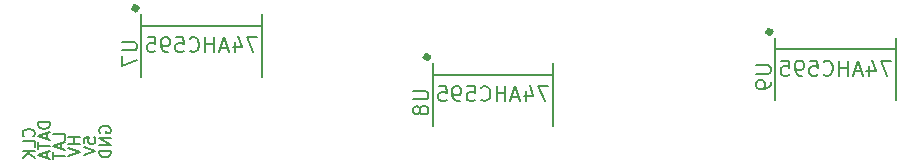
<source format=gbr>
%TF.GenerationSoftware,KiCad,Pcbnew,(6.0.6)*%
%TF.CreationDate,2023-12-25T11:13:00+01:00*%
%TF.ProjectId,nixieClockPCB,6e697869-6543-46c6-9f63-6b5043422e6b,rev?*%
%TF.SameCoordinates,Original*%
%TF.FileFunction,Legend,Bot*%
%TF.FilePolarity,Positive*%
%FSLAX46Y46*%
G04 Gerber Fmt 4.6, Leading zero omitted, Abs format (unit mm)*
G04 Created by KiCad (PCBNEW (6.0.6)) date 2023-12-25 11:13:00*
%MOMM*%
%LPD*%
G01*
G04 APERTURE LIST*
%ADD10C,0.150000*%
%ADD11C,0.152400*%
%ADD12C,0.203200*%
%ADD13C,0.497840*%
G04 APERTURE END LIST*
D10*
X52500000Y-44488095D02*
X52452380Y-44392857D01*
X52452380Y-44250000D01*
X52500000Y-44107142D01*
X52595238Y-44011904D01*
X52690476Y-43964285D01*
X52880952Y-43916666D01*
X53023809Y-43916666D01*
X53214285Y-43964285D01*
X53309523Y-44011904D01*
X53404761Y-44107142D01*
X53452380Y-44250000D01*
X53452380Y-44345238D01*
X53404761Y-44488095D01*
X53357142Y-44535714D01*
X53023809Y-44535714D01*
X53023809Y-44345238D01*
X53452380Y-44964285D02*
X52452380Y-44964285D01*
X53452380Y-45535714D01*
X52452380Y-45535714D01*
X53452380Y-46011904D02*
X52452380Y-46011904D01*
X52452380Y-46250000D01*
X52500000Y-46392857D01*
X52595238Y-46488095D01*
X52690476Y-46535714D01*
X52880952Y-46583333D01*
X53023809Y-46583333D01*
X53214285Y-46535714D01*
X53309523Y-46488095D01*
X53404761Y-46392857D01*
X53452380Y-46250000D01*
X53452380Y-46011904D01*
X46907142Y-44804761D02*
X46954761Y-44757142D01*
X47002380Y-44614285D01*
X47002380Y-44519047D01*
X46954761Y-44376190D01*
X46859523Y-44280952D01*
X46764285Y-44233333D01*
X46573809Y-44185714D01*
X46430952Y-44185714D01*
X46240476Y-44233333D01*
X46145238Y-44280952D01*
X46050000Y-44376190D01*
X46002380Y-44519047D01*
X46002380Y-44614285D01*
X46050000Y-44757142D01*
X46097619Y-44804761D01*
X47002380Y-45709523D02*
X47002380Y-45233333D01*
X46002380Y-45233333D01*
X47002380Y-46042857D02*
X46002380Y-46042857D01*
X47002380Y-46614285D02*
X46430952Y-46185714D01*
X46002380Y-46614285D02*
X46573809Y-46042857D01*
X48302380Y-43600000D02*
X47302380Y-43600000D01*
X47302380Y-43838095D01*
X47350000Y-43980952D01*
X47445238Y-44076190D01*
X47540476Y-44123809D01*
X47730952Y-44171428D01*
X47873809Y-44171428D01*
X48064285Y-44123809D01*
X48159523Y-44076190D01*
X48254761Y-43980952D01*
X48302380Y-43838095D01*
X48302380Y-43600000D01*
X48016666Y-44552380D02*
X48016666Y-45028571D01*
X48302380Y-44457142D02*
X47302380Y-44790476D01*
X48302380Y-45123809D01*
X47302380Y-45314285D02*
X47302380Y-45885714D01*
X48302380Y-45600000D02*
X47302380Y-45600000D01*
X48016666Y-46171428D02*
X48016666Y-46647619D01*
X48302380Y-46076190D02*
X47302380Y-46409523D01*
X48302380Y-46742857D01*
X51152380Y-45409523D02*
X51152380Y-44933333D01*
X51628571Y-44885714D01*
X51580952Y-44933333D01*
X51533333Y-45028571D01*
X51533333Y-45266666D01*
X51580952Y-45361904D01*
X51628571Y-45409523D01*
X51723809Y-45457142D01*
X51961904Y-45457142D01*
X52057142Y-45409523D01*
X52104761Y-45361904D01*
X52152380Y-45266666D01*
X52152380Y-45028571D01*
X52104761Y-44933333D01*
X52057142Y-44885714D01*
X51152380Y-45742857D02*
X52152380Y-46076190D01*
X51152380Y-46409523D01*
X49552380Y-45100000D02*
X49552380Y-44623809D01*
X48552380Y-44623809D01*
X49266666Y-45385714D02*
X49266666Y-45861904D01*
X49552380Y-45290476D02*
X48552380Y-45623809D01*
X49552380Y-45957142D01*
X48552380Y-46147619D02*
X48552380Y-46719047D01*
X49552380Y-46433333D02*
X48552380Y-46433333D01*
X50852380Y-44885714D02*
X49852380Y-44885714D01*
X50328571Y-44885714D02*
X50328571Y-45457142D01*
X50852380Y-45457142D02*
X49852380Y-45457142D01*
X49852380Y-45790476D02*
X50852380Y-46123809D01*
X49852380Y-46457142D01*
D11*
%TO.C,U8*%
X79072023Y-40955480D02*
X80100119Y-40955480D01*
X80221071Y-41015957D01*
X80281547Y-41076433D01*
X80342023Y-41197385D01*
X80342023Y-41439290D01*
X80281547Y-41560242D01*
X80221071Y-41620719D01*
X80100119Y-41681195D01*
X79072023Y-41681195D01*
X79616309Y-42467385D02*
X79555833Y-42346433D01*
X79495357Y-42285957D01*
X79374404Y-42225480D01*
X79313928Y-42225480D01*
X79192976Y-42285957D01*
X79132500Y-42346433D01*
X79072023Y-42467385D01*
X79072023Y-42709290D01*
X79132500Y-42830242D01*
X79192976Y-42890719D01*
X79313928Y-42951195D01*
X79374404Y-42951195D01*
X79495357Y-42890719D01*
X79555833Y-42830242D01*
X79616309Y-42709290D01*
X79616309Y-42467385D01*
X79676785Y-42346433D01*
X79737261Y-42285957D01*
X79858214Y-42225480D01*
X80100119Y-42225480D01*
X80221071Y-42285957D01*
X80281547Y-42346433D01*
X80342023Y-42467385D01*
X80342023Y-42709290D01*
X80281547Y-42830242D01*
X80221071Y-42890719D01*
X80100119Y-42951195D01*
X79858214Y-42951195D01*
X79737261Y-42890719D01*
X79676785Y-42830242D01*
X79616309Y-42709290D01*
D10*
X90486904Y-40554523D02*
X89640238Y-40554523D01*
X90184523Y-41824523D01*
X88612142Y-40977857D02*
X88612142Y-41824523D01*
X88914523Y-40494047D02*
X89216904Y-41401190D01*
X88430714Y-41401190D01*
X88007380Y-41461666D02*
X87402619Y-41461666D01*
X88128333Y-41824523D02*
X87705000Y-40554523D01*
X87281666Y-41824523D01*
X86858333Y-41824523D02*
X86858333Y-40554523D01*
X86858333Y-41159285D02*
X86132619Y-41159285D01*
X86132619Y-41824523D02*
X86132619Y-40554523D01*
X84802142Y-41703571D02*
X84862619Y-41764047D01*
X85044047Y-41824523D01*
X85165000Y-41824523D01*
X85346428Y-41764047D01*
X85467380Y-41643095D01*
X85527857Y-41522142D01*
X85588333Y-41280238D01*
X85588333Y-41098809D01*
X85527857Y-40856904D01*
X85467380Y-40735952D01*
X85346428Y-40615000D01*
X85165000Y-40554523D01*
X85044047Y-40554523D01*
X84862619Y-40615000D01*
X84802142Y-40675476D01*
X83653095Y-40554523D02*
X84257857Y-40554523D01*
X84318333Y-41159285D01*
X84257857Y-41098809D01*
X84136904Y-41038333D01*
X83834523Y-41038333D01*
X83713571Y-41098809D01*
X83653095Y-41159285D01*
X83592619Y-41280238D01*
X83592619Y-41582619D01*
X83653095Y-41703571D01*
X83713571Y-41764047D01*
X83834523Y-41824523D01*
X84136904Y-41824523D01*
X84257857Y-41764047D01*
X84318333Y-41703571D01*
X82987857Y-41824523D02*
X82745952Y-41824523D01*
X82625000Y-41764047D01*
X82564523Y-41703571D01*
X82443571Y-41522142D01*
X82383095Y-41280238D01*
X82383095Y-40796428D01*
X82443571Y-40675476D01*
X82504047Y-40615000D01*
X82625000Y-40554523D01*
X82866904Y-40554523D01*
X82987857Y-40615000D01*
X83048333Y-40675476D01*
X83108809Y-40796428D01*
X83108809Y-41098809D01*
X83048333Y-41219761D01*
X82987857Y-41280238D01*
X82866904Y-41340714D01*
X82625000Y-41340714D01*
X82504047Y-41280238D01*
X82443571Y-41219761D01*
X82383095Y-41098809D01*
X81234047Y-40554523D02*
X81838809Y-40554523D01*
X81899285Y-41159285D01*
X81838809Y-41098809D01*
X81717857Y-41038333D01*
X81415476Y-41038333D01*
X81294523Y-41098809D01*
X81234047Y-41159285D01*
X81173571Y-41280238D01*
X81173571Y-41582619D01*
X81234047Y-41703571D01*
X81294523Y-41764047D01*
X81415476Y-41824523D01*
X81717857Y-41824523D01*
X81838809Y-41764047D01*
X81899285Y-41703571D01*
D11*
%TO.C,U9*%
X108072023Y-38805480D02*
X109100119Y-38805480D01*
X109221071Y-38865957D01*
X109281547Y-38926433D01*
X109342023Y-39047385D01*
X109342023Y-39289290D01*
X109281547Y-39410242D01*
X109221071Y-39470719D01*
X109100119Y-39531195D01*
X108072023Y-39531195D01*
X109342023Y-40196433D02*
X109342023Y-40438338D01*
X109281547Y-40559290D01*
X109221071Y-40619766D01*
X109039642Y-40740719D01*
X108797738Y-40801195D01*
X108313928Y-40801195D01*
X108192976Y-40740719D01*
X108132500Y-40680242D01*
X108072023Y-40559290D01*
X108072023Y-40317385D01*
X108132500Y-40196433D01*
X108192976Y-40135957D01*
X108313928Y-40075480D01*
X108616309Y-40075480D01*
X108737261Y-40135957D01*
X108797738Y-40196433D01*
X108858214Y-40317385D01*
X108858214Y-40559290D01*
X108797738Y-40680242D01*
X108737261Y-40740719D01*
X108616309Y-40801195D01*
D10*
X119486904Y-38404523D02*
X118640238Y-38404523D01*
X119184523Y-39674523D01*
X117612142Y-38827857D02*
X117612142Y-39674523D01*
X117914523Y-38344047D02*
X118216904Y-39251190D01*
X117430714Y-39251190D01*
X117007380Y-39311666D02*
X116402619Y-39311666D01*
X117128333Y-39674523D02*
X116705000Y-38404523D01*
X116281666Y-39674523D01*
X115858333Y-39674523D02*
X115858333Y-38404523D01*
X115858333Y-39009285D02*
X115132619Y-39009285D01*
X115132619Y-39674523D02*
X115132619Y-38404523D01*
X113802142Y-39553571D02*
X113862619Y-39614047D01*
X114044047Y-39674523D01*
X114165000Y-39674523D01*
X114346428Y-39614047D01*
X114467380Y-39493095D01*
X114527857Y-39372142D01*
X114588333Y-39130238D01*
X114588333Y-38948809D01*
X114527857Y-38706904D01*
X114467380Y-38585952D01*
X114346428Y-38465000D01*
X114165000Y-38404523D01*
X114044047Y-38404523D01*
X113862619Y-38465000D01*
X113802142Y-38525476D01*
X112653095Y-38404523D02*
X113257857Y-38404523D01*
X113318333Y-39009285D01*
X113257857Y-38948809D01*
X113136904Y-38888333D01*
X112834523Y-38888333D01*
X112713571Y-38948809D01*
X112653095Y-39009285D01*
X112592619Y-39130238D01*
X112592619Y-39432619D01*
X112653095Y-39553571D01*
X112713571Y-39614047D01*
X112834523Y-39674523D01*
X113136904Y-39674523D01*
X113257857Y-39614047D01*
X113318333Y-39553571D01*
X111987857Y-39674523D02*
X111745952Y-39674523D01*
X111625000Y-39614047D01*
X111564523Y-39553571D01*
X111443571Y-39372142D01*
X111383095Y-39130238D01*
X111383095Y-38646428D01*
X111443571Y-38525476D01*
X111504047Y-38465000D01*
X111625000Y-38404523D01*
X111866904Y-38404523D01*
X111987857Y-38465000D01*
X112048333Y-38525476D01*
X112108809Y-38646428D01*
X112108809Y-38948809D01*
X112048333Y-39069761D01*
X111987857Y-39130238D01*
X111866904Y-39190714D01*
X111625000Y-39190714D01*
X111504047Y-39130238D01*
X111443571Y-39069761D01*
X111383095Y-38948809D01*
X110234047Y-38404523D02*
X110838809Y-38404523D01*
X110899285Y-39009285D01*
X110838809Y-38948809D01*
X110717857Y-38888333D01*
X110415476Y-38888333D01*
X110294523Y-38948809D01*
X110234047Y-39009285D01*
X110173571Y-39130238D01*
X110173571Y-39432619D01*
X110234047Y-39553571D01*
X110294523Y-39614047D01*
X110415476Y-39674523D01*
X110717857Y-39674523D01*
X110838809Y-39614047D01*
X110899285Y-39553571D01*
D11*
%TO.C,U7*%
X54409373Y-36805480D02*
X55437469Y-36805480D01*
X55558421Y-36865957D01*
X55618897Y-36926433D01*
X55679373Y-37047385D01*
X55679373Y-37289290D01*
X55618897Y-37410242D01*
X55558421Y-37470719D01*
X55437469Y-37531195D01*
X54409373Y-37531195D01*
X54409373Y-38015004D02*
X54409373Y-38861671D01*
X55679373Y-38317385D01*
D10*
X65824254Y-36404523D02*
X64977588Y-36404523D01*
X65521873Y-37674523D01*
X63949492Y-36827857D02*
X63949492Y-37674523D01*
X64251873Y-36344047D02*
X64554254Y-37251190D01*
X63768064Y-37251190D01*
X63344730Y-37311666D02*
X62739969Y-37311666D01*
X63465683Y-37674523D02*
X63042350Y-36404523D01*
X62619016Y-37674523D01*
X62195683Y-37674523D02*
X62195683Y-36404523D01*
X62195683Y-37009285D02*
X61469969Y-37009285D01*
X61469969Y-37674523D02*
X61469969Y-36404523D01*
X60139492Y-37553571D02*
X60199969Y-37614047D01*
X60381397Y-37674523D01*
X60502350Y-37674523D01*
X60683778Y-37614047D01*
X60804730Y-37493095D01*
X60865207Y-37372142D01*
X60925683Y-37130238D01*
X60925683Y-36948809D01*
X60865207Y-36706904D01*
X60804730Y-36585952D01*
X60683778Y-36465000D01*
X60502350Y-36404523D01*
X60381397Y-36404523D01*
X60199969Y-36465000D01*
X60139492Y-36525476D01*
X58990445Y-36404523D02*
X59595207Y-36404523D01*
X59655683Y-37009285D01*
X59595207Y-36948809D01*
X59474254Y-36888333D01*
X59171873Y-36888333D01*
X59050921Y-36948809D01*
X58990445Y-37009285D01*
X58929969Y-37130238D01*
X58929969Y-37432619D01*
X58990445Y-37553571D01*
X59050921Y-37614047D01*
X59171873Y-37674523D01*
X59474254Y-37674523D01*
X59595207Y-37614047D01*
X59655683Y-37553571D01*
X58325207Y-37674523D02*
X58083302Y-37674523D01*
X57962350Y-37614047D01*
X57901873Y-37553571D01*
X57780921Y-37372142D01*
X57720445Y-37130238D01*
X57720445Y-36646428D01*
X57780921Y-36525476D01*
X57841397Y-36465000D01*
X57962350Y-36404523D01*
X58204254Y-36404523D01*
X58325207Y-36465000D01*
X58385683Y-36525476D01*
X58446159Y-36646428D01*
X58446159Y-36948809D01*
X58385683Y-37069761D01*
X58325207Y-37130238D01*
X58204254Y-37190714D01*
X57962350Y-37190714D01*
X57841397Y-37130238D01*
X57780921Y-37069761D01*
X57720445Y-36948809D01*
X56571397Y-36404523D02*
X57176159Y-36404523D01*
X57236635Y-37009285D01*
X57176159Y-36948809D01*
X57055207Y-36888333D01*
X56752826Y-36888333D01*
X56631873Y-36948809D01*
X56571397Y-37009285D01*
X56510921Y-37130238D01*
X56510921Y-37432619D01*
X56571397Y-37553571D01*
X56631873Y-37614047D01*
X56752826Y-37674523D01*
X57055207Y-37674523D01*
X57176159Y-37614047D01*
X57236635Y-37553571D01*
D12*
%TO.C,U8*%
X90897780Y-39601540D02*
X90897780Y-38600780D01*
X90897780Y-39601540D02*
X80702220Y-39601540D01*
X80702220Y-39601540D02*
X80702220Y-43899220D01*
X80702220Y-38600780D02*
X80702220Y-39601540D01*
X90897780Y-43899220D02*
X90897780Y-39601540D01*
D13*
X80328840Y-38100400D02*
G75*
G03*
X80328840Y-38100400I-127000J0D01*
G01*
D12*
%TO.C,U9*%
X109702220Y-37451540D02*
X109702220Y-41749220D01*
X119897780Y-41749220D02*
X119897780Y-37451540D01*
X109702220Y-36450780D02*
X109702220Y-37451540D01*
X119897780Y-37451540D02*
X119897780Y-36450780D01*
X119897780Y-37451540D02*
X109702220Y-37451540D01*
D13*
X109328840Y-35950400D02*
G75*
G03*
X109328840Y-35950400I-127000J0D01*
G01*
D12*
%TO.C,U7*%
X56039570Y-35451540D02*
X56039570Y-39749220D01*
X66235130Y-35451540D02*
X66235130Y-34450780D01*
X56039570Y-34450780D02*
X56039570Y-35451540D01*
X66235130Y-35451540D02*
X56039570Y-35451540D01*
X66235130Y-39749220D02*
X66235130Y-35451540D01*
D13*
X55666190Y-33950400D02*
G75*
G03*
X55666190Y-33950400I-127000J0D01*
G01*
%TD*%
M02*

</source>
